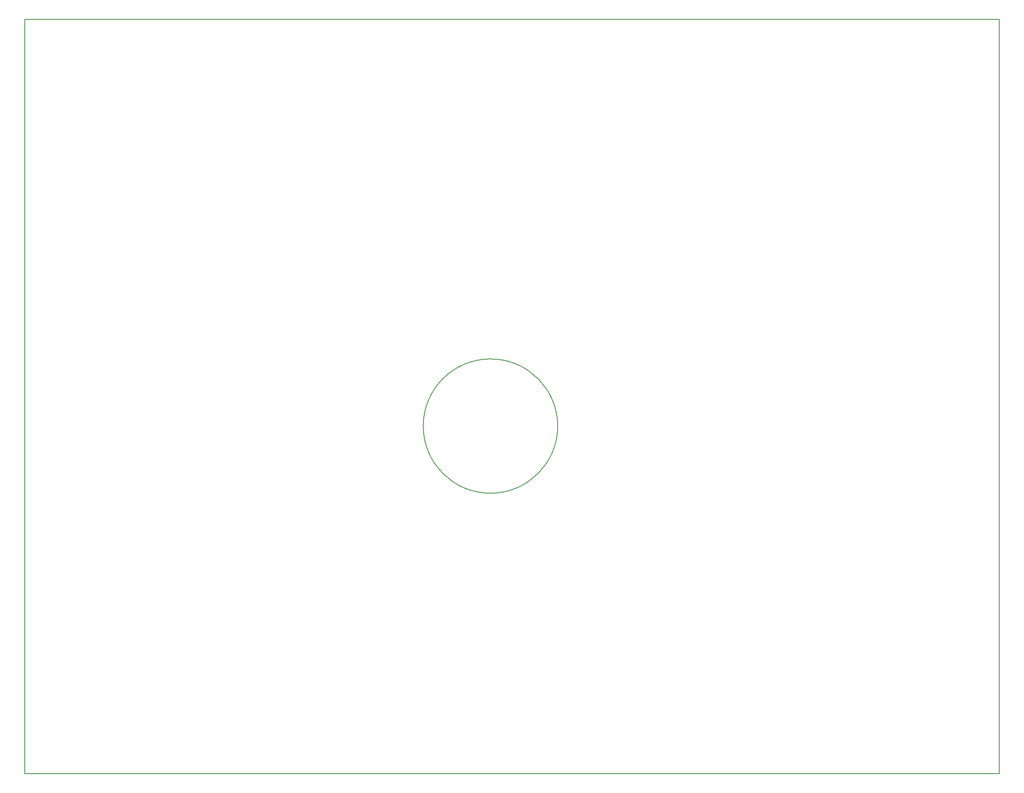
<source format=gbr>
G04 #@! TF.GenerationSoftware,KiCad,Pcbnew,5.1.4-e60b266~84~ubuntu18.04.1*
G04 #@! TF.CreationDate,2019-09-24T21:27:11-04:00*
G04 #@! TF.ProjectId,DE10nano interface,44453130-6e61-46e6-9f20-696e74657266,rev?*
G04 #@! TF.SameCoordinates,Original*
G04 #@! TF.FileFunction,Profile,NP*
%FSLAX46Y46*%
G04 Gerber Fmt 4.6, Leading zero omitted, Abs format (unit mm)*
G04 Created by KiCad (PCBNEW 5.1.4-e60b266~84~ubuntu18.04.1) date 2019-09-24 21:27:11*
%MOMM*%
%LPD*%
G04 APERTURE LIST*
%ADD10C,0.200000*%
G04 APERTURE END LIST*
D10*
X136545220Y-100345240D02*
G75*
G03X136545220Y-100345240I-13800000J0D01*
G01*
X27170100Y-16764000D02*
X227164900Y-16764000D01*
X227164900Y-16764000D02*
X227156500Y-171778000D01*
X27156500Y-171778000D02*
X227156500Y-171778000D01*
X27170100Y-16764000D02*
X27156500Y-171778000D01*
M02*

</source>
